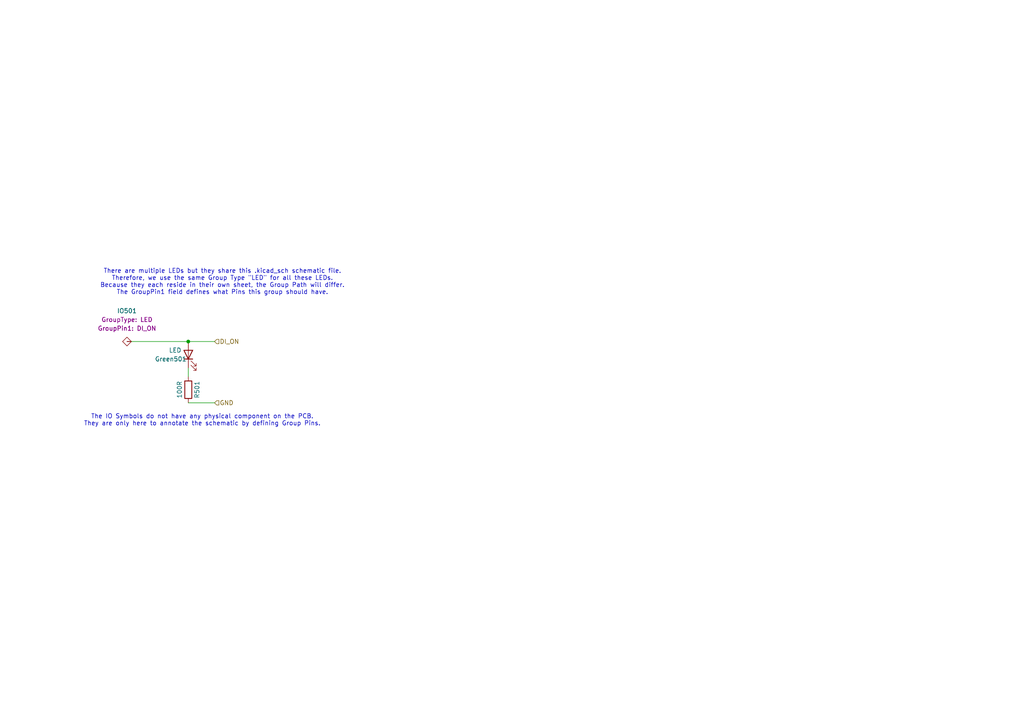
<source format=kicad_sch>
(kicad_sch (version 20250114) (generator "eeschema") (generator_version "9.0")
  (paper "A4")
  (lib_symbols
    (symbol "DLR_Snippet_References:Group_IO" (pin_numbers (hide yes)) (pin_names (offset 1.016) (hide yes)) (in_bom no) (on_board no)
      (property "Reference" "IO" (at 0 -2.54 0))
      (property "GroupType" "TODO" (at 5.08 1.27 0))
      (property "GroupPin1" "TODO" (at 5.08 -1.27 0))
      (symbol "Group_IO_0_1"
        (polyline (pts (xy -1.27 0) (xy 0 1.27)))
        (polyline (pts (xy 0 1.27) (xy 1.27 0)))
        (polyline (pts (xy 0 -1.27) (xy -1.27 0)))
        (polyline (pts (xy 1.27 0) (xy 0 -1.27)))
      )
      (symbol "Group_IO_1_1"
        (pin passive line (at 0 1.27 270) (length 1.27) (name "~") (number "1"))
      )
    )
    (symbol "Device:LED" (pin_numbers (hide yes)) (pin_names (offset 1.016) (hide yes))
      (property "Reference" "D" (at 0 2.54 0))
      (property "Value" "LED" (at 0 -2.54 0))
      (symbol "LED_0_1"
        (polyline (pts (xy -3.048 -0.762) (xy -4.572 -2.286) (xy -3.81 -2.286) (xy -4.572 -2.286) (xy -4.572 -1.524)))
        (polyline (pts (xy -1.778 -0.762) (xy -3.302 -2.286) (xy -2.54 -2.286) (xy -3.302 -2.286) (xy -3.302 -1.524)))
        (polyline (pts (xy -1.27 0) (xy 1.27 0)))
        (polyline (pts (xy -1.27 -1.27) (xy -1.27 1.27)) (stroke (width 0.254)))
        (polyline (pts (xy 1.27 -1.27) (xy 1.27 1.27) (xy -1.27 0) (xy 1.27 -1.27)) (stroke (width 0.254)))
      )
      (symbol "LED_1_1"
        (pin passive line (at -3.81 0 0) (length 2.54) (name "K") (number "1"))
        (pin passive line (at 3.81 0 180) (length 2.54) (name "A") (number "2"))
      )
    )
    (symbol "Device:R" (pin_numbers (hide yes)) (pin_names (offset 0))
      (property "Reference" "R" (at 2.032 0 90))
      (property "Value" "R" (at 0 0 90))
      (symbol "R_0_1"
        (rectangle (start -1.016 -2.54) (end 1.016 2.54) (stroke (width 0.254)))
      )
      (symbol "R_1_1"
        (pin passive line (at 0 3.81 270) (length 1.27) (name "~") (number "1"))
        (pin passive line (at 0 -3.81 90) (length 1.27) (name "~") (number "2"))
      )
    )
  )
  (text "There are multiple LEDs but they share this .kicad_sch schematic file.\nTherefore, we use the same Group Type \"LED\" for all these LEDs.\nBecause they each reside in their own sheet, the Group Path will differ.\nThe GroupPin1 field defines what Pins this group should have." (at 64.516 81.788 0) (effects (font (size 1.27 1.27))))
  (text "The IO Symbols do not have any physical component on the PCB.\nThey are only here to annotate the schematic by defining Group Pins." (at 58.674 121.92 0) (effects (font (size 1.27 1.27))))
  (junction (at 54.61 99.06))
  (wire (pts (xy 54.61 99.06) (xy 62.23 99.06)))
  (wire (pts (xy 38.1 99.06) (xy 54.61 99.06)))
  (wire (pts (xy 54.61 106.68) (xy 54.61 109.22)))
  (wire (pts (xy 54.61 116.84) (xy 62.23 116.84)))
  (hierarchical_label "GND" (shape input) (at 62.23 116.84 0))
  (hierarchical_label "DI_ON" (shape input) (at 62.23 99.06 0))
  (symbol (lib_id "DLR_Snippet_References:Group_IO") (at 36.83 99.06 270) (unit 1) (in_bom no) (on_board no)
    (property "Reference" "IO201" (at 36.83 90.17 90))
    (property "Value" "Group_IO" (effects (hide yes)))
    (property "Footprint" "Module_Reference_Frames:Input_Output_Footprint" (effects (hide yes)))
    (property "Description" "Replace GroupType with the type of snippet this pin belongs to. Replace GroupPin1 with the name of this pin for this snippet. Add fields with the GroupField prefix to define key-value pairs for this nippet" (effects (hide yes)))
    (property "GroupType" "LED" (at 36.83 92.71 90) (show_name yes))
    (property "GroupPin1" "DI_ON" (at 36.83 95.25 90) (show_name yes))
    (instances (project "example" (path "" (reference "IO501") (unit 1)) (path "" (reference "IO201") (unit 1)) (path "" (reference "IO301") (unit 1)) (path "" (reference "IO601") (unit 1)) (path "" (reference "IO401") (unit 1))))
  )
  (symbol (lib_id "Device:R") (at 54.61 113.03 180) (unit 1)
    (property "Reference" "R201" (at 57.15 113.03 90))
    (property "Value" "100R" (at 52.07 113.03 90))
    (property "Footprint" "Resistor_SMD:R_0603_1608Metric_Pad0.98x0.95mm_HandSolder" (effects (hide yes)))
    (property "Description" "Resistor" (effects (hide yes)))
    (instances (project "example" (path "" (reference "R501") (unit 1)) (path "" (reference "R201") (unit 1)) (path "" (reference "R301") (unit 1)) (path "" (reference "R601") (unit 1)) (path "" (reference "R401") (unit 1))))
  )
  (symbol (lib_id "Device:LED") (at 54.61 102.87 90) (unit 1)
    (property "Reference" "Green201" (at 49.53 104.14 90))
    (property "Value" "LED" (at 50.8 101.6 90))
    (property "Footprint" "LED_THT:LED_D3.0mm" (effects (hide yes)))
    (property "Description" "Light emitting diode" (effects (hide yes)))
    (instances (project "example" (path "" (reference "Green501") (unit 1)) (path "" (reference "Green201") (unit 1)) (path "" (reference "Green301") (unit 1)) (path "" (reference "Green601") (unit 1)) (path "" (reference "Green401") (unit 1))))
  )
)
</source>
